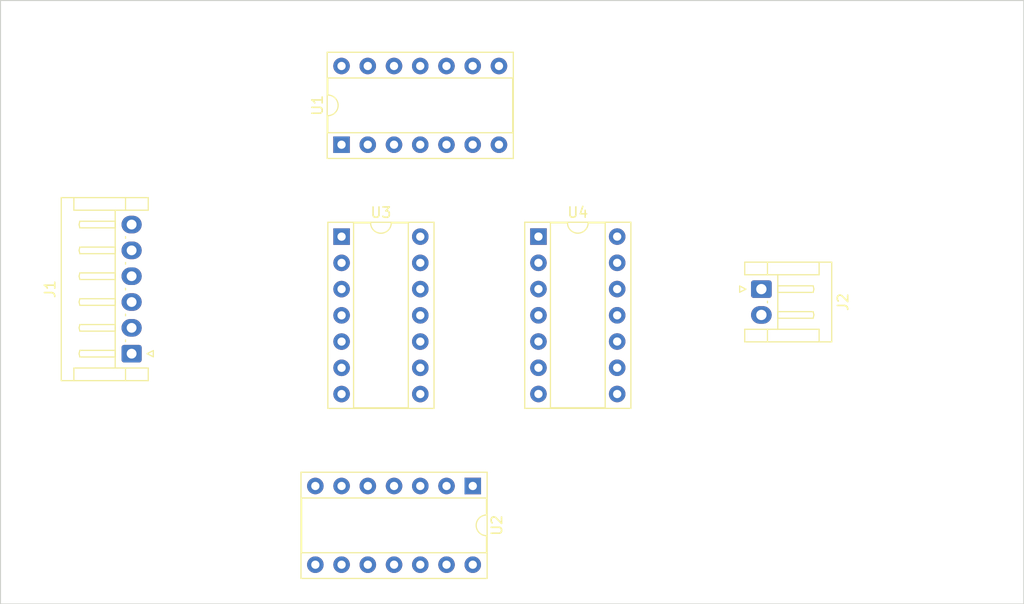
<source format=kicad_pcb>
(kicad_pcb (version 20211014) (generator pcbnew)
  (layers (0 "F.Cu" signal) (31 "B.Cu" signal) (34 "B.Paste" user) (35 "F.Paste" user) (36 "B.SilkS" user "B.Silkscreen") (37 "F.SilkS" user "F.Silkscreen") (38 "B.Mask" user) (39 "F.Mask" user) (44 "Edge.Cuts" user))
  (net 0 "")
  (net 1 "GND")
  (net 2 "VCC")
  (net 3 "CLK")
  (net 4 "CLRbar")
  (net 5 "Pr")
  (net 6 "D")
  (net 7 "Q")
  (net 8 "Qbar")
  (net 9 "Net-(U1-Pad6)")
  (net 10 "Net-(U1-Pad8)")
  (net 11 "Net-(U1-Pad10)")
  (net 12 "Net-(U2-Pad12)")
  (net 13 "Net-(U2-Pad5)")
  (net 14 "Net-(U2-Pad6)")
  (net 15 "Net-(U4-Pad3)")
  (net 16 "Net-(U4-Pad13)")
  (footprint "Package_DIP:DIP-14_W7.62mm_Socket" (layer "F.Cu") (at 91.44 71.12)
    (fp_text reference "U3" (at 3.81 -2.33) (layer "F.SilkS"))
    (fp_text value "7410")
    (fp_line (start 2.81 -1.33) (end 1.16 -1.33) (layer "F.SilkS") (width 0.12))
    (fp_line (start 8.95 16.63) (end 8.95 -1.39) (layer "F.SilkS") (width 0.12))
    (fp_line (start 8.95 -1.39) (end -1.33 -1.39) (layer "F.SilkS") (width 0.12))
    (fp_line (start 1.16 16.57) (end 6.46 16.57) (layer "F.SilkS") (width 0.12))
    (fp_line (start -1.33 -1.39) (end -1.33 16.63) (layer "F.SilkS") (width 0.12))
    (fp_line (start 1.16 -1.33) (end 1.16 16.57) (layer "F.SilkS") (width 0.12))
    (fp_line (start 6.46 16.57) (end 6.46 -1.33) (layer "F.SilkS") (width 0.12))
    (fp_line (start -1.33 16.63) (end 8.95 16.63) (layer "F.SilkS") (width 0.12))
    (fp_line (start 6.46 -1.33) (end 4.81 -1.33) (layer "F.SilkS") (width 0.12))
    (fp_arc (start 4.81 -1.33) (mid 3.81 -0.33) (end 2.81 -1.33) (layer "F.SilkS") (width 0.12))
    (pad "1" thru_hole rect (at 0 0) (size 1.6 1.6) (drill 0.8) (layers *.Cu *.Mask) (net 14 "Net-(U2-Pad6)"))
    (pad "2" thru_hole oval (at 0 2.54) (size 1.6 1.6) (drill 0.8) (layers *.Cu *.Mask) (net 10 "Net-(U1-Pad8)"))
    (pad "3" thru_hole oval (at 0 5.08) (size 1.6 1.6) (drill 0.8) (layers *.Cu *.Mask))
    (pad "4" thru_hole oval (at 0 7.62) (size 1.6 1.6) (drill 0.8) (layers *.Cu *.Mask))
    (pad "5" thru_hole oval (at 0 10.16) (size 1.6 1.6) (drill 0.8) (layers *.Cu *.Mask))
    (pad "6" thru_hole oval (at 0 12.7) (size 1.6 1.6) (drill 0.8) (layers *.Cu *.Mask))
    (pad "7" thru_hole oval (at 0 15.24) (size 1.6 1.6) (drill 0.8) (layers *.Cu *.Mask) (net 1 "GND"))
    (pad "8" thru_hole oval (at 7.62 15.24) (size 1.6 1.6) (drill 0.8) (layers *.Cu *.Mask))
    (pad "9" thru_hole oval (at 7.62 12.7) (size 1.6 1.6) (drill 0.8) (layers *.Cu *.Mask))
    (pad "10" thru_hole oval (at 7.62 10.16) (size 1.6 1.6) (drill 0.8) (layers *.Cu *.Mask))
    (pad "11" thru_hole oval (at 7.62 7.62) (size 1.6 1.6) (drill 0.8) (layers *.Cu *.Mask))
    (pad "12" thru_hole oval (at 7.62 5.08) (size 1.6 1.6) (drill 0.8) (layers *.Cu *.Mask) (net 13 "Net-(U2-Pad5)"))
    (pad "13" thru_hole oval (at 7.62 2.54) (size 1.6 1.6) (drill 0.8) (layers *.Cu *.Mask) (net 4 "CLRbar"))
    (pad "14" thru_hole oval (at 7.62 0) (size 1.6 1.6) (drill 0.8) (layers *.Cu *.Mask) (net 2 "VCC"))
  )
  (footprint "Package_DIP:DIP-14_W7.62mm_Socket" (layer "F.Cu") (at 91.435 62.22 90)
    (fp_text reference "U1" (at 3.81 -2.33 90) (layer "F.SilkS"))
    (fp_text value "7410")
    (fp_line (start 2.81 -1.33) (end 1.16 -1.33) (layer "F.SilkS") (width 0.12))
    (fp_line (start 1.16 -1.33) (end 1.16 16.57) (layer "F.SilkS") (width 0.12))
    (fp_line (start 6.46 16.57) (end 6.46 -1.33) (layer "F.SilkS") (width 0.12))
    (fp_line (start 8.95 -1.39) (end -1.33 -1.39) (layer "F.SilkS") (width 0.12))
    (fp_line (start 1.16 16.57) (end 6.46 16.57) (layer "F.SilkS") (width 0.12))
    (fp_line (start -1.33 -1.39) (end -1.33 16.63) (layer "F.SilkS") (width 0.12))
    (fp_line (start 6.46 -1.33) (end 4.81 -1.33) (layer "F.SilkS") (width 0.12))
    (fp_line (start -1.33 16.63) (end 8.95 16.63) (layer "F.SilkS") (width 0.12))
    (fp_line (start 8.95 16.63) (end 8.95 -1.39) (layer "F.SilkS") (width 0.12))
    (fp_arc (start 4.81 -1.33) (mid 3.81 -0.33) (end 2.81 -1.33) (layer "F.SilkS") (width 0.12))
    (pad "1" thru_hole rect (at 0 0 90) (size 1.6 1.6) (drill 0.8) (layers *.Cu *.Mask) (net 6 "D"))
    (pad "2" thru_hole oval (at 0 2.54 90) (size 1.6 1.6) (drill 0.8) (layers *.Cu *.Mask) (net 6 "D"))
    (pad "3" thru_hole oval (at 0 5.08 90) (size 1.6 1.6) (drill 0.8) (layers *.Cu *.Mask) (net 3 "CLK"))
    (pad "4" thru_hole oval (at 0 7.62 90) (size 1.6 1.6) (drill 0.8) (layers *.Cu *.Mask) (net 3 "CLK"))
    (pad "5" thru_hole oval (at 0 10.16 90) (size 1.6 1.6) (drill 0.8) (layers *.Cu *.Mask) (net 3 "CLK"))
    (pad "6" thru_hole oval (at 0 12.7 90) (size 1.6 1.6) (drill 0.8) (layers *.Cu *.Mask) (net 9 "Net-(U1-Pad6)"))
    (pad "7" thru_hole oval (at 0 15.24 90) (size 1.6 1.6) (drill 0.8) (layers *.Cu *.Mask) (net 1 "GND"))
    (pad "8" thru_hole oval (at 7.62 15.24 90) (size 1.6 1.6) (drill 0.8) (layers *.Cu *.Mask) (net 10 "Net-(U1-Pad8)"))
    (pad "9" thru_hole oval (at 7.62 12.7 90) (size 1.6 1.6) (drill 0.8) (layers *.Cu *.Mask) (net 3 "CLK"))
    (pad "10" thru_hole oval (at 7.62 10.16 90) (size 1.6 1.6) (drill 0.8) (layers *.Cu *.Mask) (net 11 "Net-(U1-Pad10)"))
    (pad "11" thru_hole oval (at 7.62 7.62 90) (size 1.6 1.6) (drill 0.8) (layers *.Cu *.Mask) (net 7 "Q"))
    (pad "12" thru_hole oval (at 7.62 5.08 90) (size 1.6 1.6) (drill 0.8) (layers *.Cu *.Mask) (net 11 "Net-(U1-Pad10)"))
    (pad "13" thru_hole oval (at 7.62 2.54 90) (size 1.6 1.6) (drill 0.8) (layers *.Cu *.Mask) (net 6 "D"))
    (pad "14" thru_hole oval (at 7.62 0 90) (size 1.6 1.6) (drill 0.8) (layers *.Cu *.Mask) (net 2 "VCC"))
  )
  (footprint "Package_DIP:DIP-14_W7.62mm_Socket" (layer "F.Cu") (at 110.5 71.115)
    (fp_text reference "U4" (at 3.81 -2.33) (layer "F.SilkS"))
    (fp_text value "7400")
    (fp_line (start 6.46 -1.33) (end 4.81 -1.33) (layer "F.SilkS") (width 0.12))
    (fp_line (start 2.81 -1.33) (end 1.16 -1.33) (layer "F.SilkS") (width 0.12))
    (fp_line (start 1.16 -1.33) (end 1.16 16.57) (layer "F.SilkS") (width 0.12))
    (fp_line (start 8.95 -1.39) (end -1.33 -1.39) (layer "F.SilkS") (width 0.12))
    (fp_line (start -1.33 16.63) (end 8.95 16.63) (layer "F.SilkS") (width 0.12))
    (fp_line (start 8.95 16.63) (end 8.95 -1.39) (layer "F.SilkS") (width 0.12))
    (fp_line (start 1.16 16.57) (end 6.46 16.57) (layer "F.SilkS") (width 0.12))
    (fp_line (start 6.46 16.57) (end 6.46 -1.33) (layer "F.SilkS") (width 0.12))
    (fp_line (start -1.33 -1.39) (end -1.33 16.63) (layer "F.SilkS") (width 0.12))
    (fp_arc (start 4.81 -1.33) (mid 3.81 -0.33) (end 2.81 -1.33) (layer "F.SilkS") (width 0.12))
    (pad "1" thru_hole rect (at 0 0) (size 1.6 1.6) (drill 0.8) (layers *.Cu *.Mask) (net 14 "Net-(U2-Pad6)"))
    (pad "2" thru_hole oval (at 0 2.54) (size 1.6 1.6) (drill 0.8) (layers *.Cu *.Mask) (net 9 "Net-(U1-Pad6)"))
    (pad "3" thru_hole oval (at 0 5.08) (size 1.6 1.6) (drill 0.8) (layers *.Cu *.Mask) (net 15 "Net-(U4-Pad3)"))
    (pad "4" thru_hole oval (at 0 7.62) (size 1.6 1.6) (drill 0.8) (layers *.Cu *.Mask) (net 15 "Net-(U4-Pad3)"))
    (pad "5" thru_hole oval (at 0 10.16) (size 1.6 1.6) (drill 0.8) (layers *.Cu *.Mask) (net 8 "Qbar"))
    (pad "6" thru_hole oval (at 0 12.7) (size 1.6 1.6) (drill 0.8) (layers *.Cu *.Mask) (net 7 "Q"))
    (pad "7" thru_hole oval (at 0 15.24) (size 1.6 1.6) (drill 0.8) (layers *.Cu *.Mask) (net 1 "GND"))
    (pad "8" thru_hole oval (at 7.62 15.24) (size 1.6 1.6) (drill 0.8) (layers *.Cu *.Mask) (net 16 "Net-(U4-Pad13)"))
    (pad "9" thru_hole oval (at 7.62 12.7) (size 1.6 1.6) (drill 0.8) (layers *.Cu *.Mask) (net 9 "Net-(U1-Pad6)"))
    (pad "10" thru_hole oval (at 7.62 10.16) (size 1.6 1.6) (drill 0.8) (layers *.Cu *.Mask) (net 13 "Net-(U2-Pad5)"))
    (pad "11" thru_hole oval (at 7.62 7.62) (size 1.6 1.6) (drill 0.8) (layers *.Cu *.Mask) (net 8 "Qbar"))
    (pad "12" thru_hole oval (at 7.62 5.08) (size 1.6 1.6) (drill 0.8) (layers *.Cu *.Mask) (net 7 "Q"))
    (pad "13" thru_hole oval (at 7.62 2.54) (size 1.6 1.6) (drill 0.8) (layers *.Cu *.Mask) (net 16 "Net-(U4-Pad13)"))
    (pad "14" thru_hole oval (at 7.62 0) (size 1.6 1.6) (drill 0.8) (layers *.Cu *.Mask) (net 2 "VCC"))
  )
  (footprint "Connector_JST:JST_EH_S2B-EH_1x02_P2.50mm_Horizontal" (layer "F.Cu") (at 132.08 76.2 -90)
    (fp_text reference "J2" (at 1.25 -7.9 90) (layer "F.SilkS"))
    (fp_text value "Conn_01x02_Female")
    (fp_line (start 0.32 -5.01) (end 0.32 -1.59) (layer "F.SilkS") (width 0.12))
    (fp_line (start -1.39 -5.59) (end -1.39 -0.59) (layer "F.SilkS") (width 0.12))
    (fp_line (start -1.39 -0.59) (end -2.61 -0.59) (layer "F.SilkS") (width 0.12))
    (fp_line (start 3.89 -0.59) (end 5.11 -0.59) (layer "F.SilkS") (width 0.12))
    (fp_line (start 3.89 1.61) (end 3.89 -0.59) (layer "F.SilkS") (width 0.12))
    (fp_line (start 2.18 -5.01) (end 2.5 -5.09) (layer "F.SilkS") (width 0.12))
    (fp_line (start 0.32 -1.59) (end 0 -1.59) (layer "F.SilkS") (width 0.12))
    (fp_line (start -0.32 -1.59) (end -0.32 -5.01) (layer "F.SilkS") (width 0.12))
    (fp_line (start 0 -5.09) (end 0.32 -5.01) (layer "F.SilkS") (width 0.12))
    (fp_line (start 5.11 1.61) (end 3.89 1.61) (layer "F.SilkS") (width 0.12))
    (fp_line (start 0 -1.59) (end -0.32 -1.59) (layer "F.SilkS") (width 0.12))
    (fp_line (start 2.18 -1.59) (end 2.18 -5.01) (layer "F.SilkS") (width 0.12))
    (fp_line (start 0.3 2.1) (end 0 1.5) (layer "F.SilkS") (width 0.12))
    (fp_line (start 2.82 -1.59) (end 2.5 -1.59) (layer "F.SilkS") (width 0.12))
    (fp_line (start -2.61 1.61) (end -2.61 -6.81) (layer "F.SilkS") (width 0.12))
    (fp_line (start 5.11 -6.81) (end 5.11 1.61) (layer "F.SilkS") (width 0.12))
    (fp_line (start 5.11 -5.59) (end 3.89 -5.59) (layer "F.SilkS") (width 0.12))
    (fp_line (start -2.61 -6.81) (end 5.11 -6.81) (layer "F.SilkS") (width 0.12))
    (fp_line (start -1.39 1.61) (end -2.61 1.61) (layer "F.SilkS") (width 0.12))
    (fp_line (start -0.32 -5.01) (end 0 -5.09) (layer "F.SilkS") (width 0.12))
    (fp_line (start 0 1.5) (end -0.3 2.1) (layer "F.SilkS") (width 0.12))
    (fp_line (start 2.82 -5.01) (end 2.82 -1.59) (layer "F.SilkS") (width 0.12))
    (fp_line (start -1.39 -0.59) (end -1.39 1.61) (layer "F.SilkS") (width 0.12))
    (fp_line (start 1.17 -0.59) (end 1.33 -0.59) (layer "F.SilkS") (width 0.12))
    (fp_line (start 3.89 -5.59) (end 3.89 -0.59) (layer "F.SilkS") (width 0.12))
    (fp_line (start 2.5 -1.59) (end 2.18 -1.59) (layer "F.SilkS") (width 0.12))
    (fp_line (start -0.3 2.1) (end 0.3 2.1) (layer "F.SilkS") (width 0.12))
    (fp_line (start -1.39 -1.59) (end 3.89 -1.59) (layer "F.SilkS") (width 0.12))
    (fp_line (start -2.61 -5.59) (end -1.39 -5.59) (layer "F.SilkS") (width 0.12))
    (fp_line (start 2.5 -5.09) (end 2.82 -5.01) (layer "F.SilkS") (width 0.12))
    (pad "1" thru_hole roundrect (at 0 0 270) (size 1.7 2) (drill 1) (layers *.Cu *.Mask) (roundrect_rratio 0.147059) (net 7 "Q"))
    (pad "2" thru_hole oval (at 2.5 0 270) (size 1.7 2) (drill 1) (layers *.Cu *.Mask) (net 8 "Qbar"))
  )
  (footprint "Package_DIP:DIP-14_W7.62mm_Socket" (layer "F.Cu") (at 104.14 95.26 -90)
    (fp_text reference "U2" (at 3.81 -2.33 90) (layer "F.SilkS"))
    (fp_text value "7410")
    (fp_line (start -1.33 -1.39) (end -1.33 16.63) (layer "F.SilkS") (width 0.12))
    (fp_line (start 6.46 -1.33) (end 4.81 -1.33) (layer "F.SilkS") (width 0.12))
    (fp_line (start 1.16 -1.33) (end 1.16 16.57) (layer "F.SilkS") (width 0.12))
    (fp_line (start 8.95 16.63) (end 8.95 -1.39) (layer "F.SilkS") (width 0.12))
    (fp_line (start 6.46 16.57) (end 6.46 -1.33) (layer "F.SilkS") (width 0.12))
    (fp_line (start -1.33 16.63) (end 8.95 16.63) (layer "F.SilkS") (width 0.12))
    (fp_line (start 8.95 -1.39) (end -1.33 -1.39) (layer "F.SilkS") (width 0.12))
    (fp_line (start 2.81 -1.33) (end 1.16 -1.33) (layer "F.SilkS") (width 0.12))
    (fp_line (start 1.16 16.57) (end 6.46 16.57) (layer "F.SilkS") (width 0.12))
    (fp_arc (start 4.81 -1.33) (mid 3.81 -0.33) (end 2.81 -1.33) (layer "F.SilkS") (width 0.12))
    (pad "1" thru_hole rect (at 0 0 270) (size 1.6 1.6) (drill 0.8) (layers *.Cu *.Mask) (net 8 "Qbar"))
    (pad "2" thru_hole oval (at 0 2.54 270) (size 1.6 1.6) (drill 0.8) (layers *.Cu *.Mask) (net 6 "D"))
    (pad "3" thru_hole oval (at 0 5.08 270) (size 1.6 1.6) (drill 0.8) (layers *.Cu *.Mask) (net 5 "Pr"))
    (pad "4" thru_hole oval (at 0 7.62 270) (size 1.6 1.6) (drill 0.8) (layers *.Cu *.Mask) (net 12 "Net-(U2-Pad12)"))
    (pad "5" thru_hole oval (at 0 10.16 270) (size 1.6 1.6) (drill 0.8) (layers *.Cu *.Mask) (net 13 "Net-(U2-Pad5)"))
    (pad "6" thru_hole oval (at 0 12.7 270) (size 1.6 1.6) (drill 0.8) (layers *.Cu *.Mask) (net 14 "Net-(U2-Pad6)"))
    (pad "7" thru_hole oval (at 0 15.24 270) (size 1.6 1.6) (drill 0.8) (layers *.Cu *.Mask) (net 1 "GND"))
    (pad "8" thru_hole oval (at 7.62 15.24 270) (size 1.6 1.6) (drill 0.8) (layers *.Cu *.Mask))
    (pad "9" thru_hole oval (at 7.62 12.7 270) (size 1.6 1.6) (drill 0.8) (layers *.Cu *.Mask))
    (pad "10" thru_hole oval (at 7.62 10.16 270) (size 1.6 1.6) (drill 0.8) (layers *.Cu *.Mask))
    (pad "11" thru_hole oval (at 7.62 7.62 270) (size 1.6 1.6) (drill 0.8) (layers *.Cu *.Mask))
    (pad "12" thru_hole oval (at 7.62 5.08 270) (size 1.6 1.6) (drill 0.8) (layers *.Cu *.Mask) (net 12 "Net-(U2-Pad12)"))
    (pad "13" thru_hole oval (at 7.62 2.54 270) (size 1.6 1.6) (drill 0.8) (layers *.Cu *.Mask) (net 3 "CLK"))
    (pad "14" thru_hole oval (at 7.62 0 270) (size 1.6 1.6) (drill 0.8) (layers *.Cu *.Mask) (net 2 "VCC"))
  )
  (footprint "Connector_JST:JST_EH_S6B-EH_1x06_P2.50mm_Horizontal" (layer "F.Cu") (at 71.1125 82.45 90)
    (fp_text reference "J1" (at 6.25 -7.9 90) (layer "F.SilkS"))
    (fp_text value "Conn_01x06_Female")
    (fp_line (start 3.67 -0.59) (end 3.83 -0.59) (layer "F.SilkS") (width 0.12))
    (fp_line (start 2.18 -1.59) (end 2.18 -5.01) (layer "F.SilkS") (width 0.12))
    (fp_line (start 10 -1.59) (end 9.68 -1.59) (layer "F.SilkS") (width 0.12))
    (fp_line (start -2.61 -5.59) (end -1.39 -5.59) (layer "F.SilkS") (width 0.12))
    (fp_line (start 0.32 -1.59) (end 0 -1.59) (layer "F.SilkS") (width 0.12))
    (fp_line (start -1.39 -5.59) (end -1.39 -0.59) (layer "F.SilkS") (width 0.12))
    (fp_line (start 12.82 -5.01) (end 12.82 -1.59) (layer "F.SilkS") (width 0.12))
    (fp_line (start 5.32 -1.59) (end 5 -1.59) (layer "F.SilkS") (width 0.12))
    (fp_line (start 6.17 -0.59) (end 6.33 -0.59) (layer "F.SilkS") (width 0.12))
    (fp_line (start 15.11 1.61) (end 13.89 1.61) (layer "F.SilkS") (width 0.12))
    (fp_line (start 7.82 -1.59) (end 7.5 -1.59) (layer "F.SilkS") (width 0.12))
    (fp_line (start 0.3 2.1) (end 0 1.5) (layer "F.SilkS") (width 0.12))
    (fp_line (start 15.11 -5.59) (end 13.89 -5.59) (layer "F.SilkS") (width 0.12))
    (fp_line (start -2.61 1.61) (end -2.61 -6.81) (layer "F.SilkS") (width 0.12))
    (fp_line (start 5 -5.09) (end 5.32 -5.01) (layer "F.SilkS") (width 0.12))
    (fp_line (start 5.32 -5.01) (end 5.32 -1.59) (layer "F.SilkS") (width 0.12))
    (fp_line (start 2.5 -5.09) (end 2.82 -5.01) (layer "F.SilkS") (width 0.12))
    (fp_line (start 13.89 -5.59) (end 13.89 -0.59) (layer "F.SilkS") (width 0.12))
    (fp_line (start 10.32 -5.01) (end 10.32 -1.59) (layer "F.SilkS") (width 0.12))
    (fp_line (start 12.18 -1.59) (end 12.18 -5.01) (layer "F.SilkS") (width 0.12))
    (fp_line (start -0.3 2.1) (end 0.3 2.1) (layer "F.SilkS") (width 0.12))
    (fp_line (start -1.39 -1.59) (end 13.89 -1.59) (layer "F.SilkS") (width 0.12))
    (fp_line (start 12.82 -1.59) (end 12.5 -1.59) (layer "F.SilkS") (width 0.12))
    (fp_line (start 7.82 -5.01) (end 7.82 -1.59) (layer "F.SilkS") (width 0.12))
    (fp_line (start -2.61 -6.81) (end 15.11 -6.81) (layer "F.SilkS") (width 0.12))
    (fp_line (start -1.39 1.61) (end -2.61 1.61) (layer "F.SilkS") (width 0.12))
    (fp_line (start 13.89 -0.59) (end 15.11 -0.59) (layer "F.SilkS") (width 0.12))
    (fp_line (start 15.11 -6.81) (end 15.11 1.61) (layer "F.SilkS") (width 0.12))
    (fp_line (start 9.68 -1.59) (end 9.68 -5.01) (layer "F.SilkS") (width 0.12))
    (fp_line (start 8.67 -0.59) (end 8.83 -0.59) (layer "F.SilkS") (width 0.12))
    (fp_line (start -1.39 -0.59) (end -2.61 -0.59) (layer "F.SilkS") (width 0.12))
    (fp_line (start -1.39 -0.59) (end -1.39 1.61) (layer "F.SilkS") (width 0.12))
    (fp_line (start 2.5 -1.59) (end 2.18 -1.59) (layer "F.SilkS") (width 0.12))
    (fp_line (start 1.17 -0.59) (end 1.33 -0.59) (layer "F.SilkS") (width 0.12))
    (fp_line (start 11.17 -0.59) (end 11.33 -0.59) (layer "F.SilkS") (width 0.12))
    (fp_line (start 12.5 -1.59) (end 12.18 -1.59) (layer "F.SilkS") (width 0.12))
    (fp_line (start 10 -5.09) (end 10.32 -5.01) (layer "F.SilkS") (width 0.12))
    (fp_line (start 13.89 1.61) (end 13.89 -0.59) (layer "F.SilkS") (width 0.12))
    (fp_line (start 0 -5.09) (end 0.32 -5.01) (layer "F.SilkS") (width 0.12))
    (fp_line (start 5 -1.59) (end 4.68 -1.59) (layer "F.SilkS") (width 0.12))
    (fp_line (start -0.32 -5.01) (end 0 -5.09) (layer "F.SilkS") (width 0.12))
    (fp_line (start 12.5 -5.09) (end 12.82 -5.01) (layer "F.SilkS") (width 0.12))
    (fp_line (start 4.68 -5.01) (end 5 -5.09) (layer "F.SilkS") (width 0.12))
    (fp_line (start 7.5 -5.09) (end 7.82 -5.01) (layer "F.SilkS") (width 0.12))
    (fp_line (start 0 -1.59) (end -0.32 -1.59) (layer "F.SilkS") (width 0.12))
    (fp_line (start 2.18 -5.01) (end 2.5 -5.09) (layer "F.SilkS") (width 0.12))
    (fp_line (start 0 1.5) (end -0.3 2.1) (layer "F.SilkS") (width 0.12))
    (fp_line (start -0.32 -1.59) (end -0.32 -5.01) (layer "F.SilkS") (width 0.12))
    (fp_line (start 7.5 -1.59) (end 7.18 -1.59) (layer "F.SilkS") (width 0.12))
    (fp_line (start 0.32 -5.01) (end 0.32 -1.59) (layer "F.SilkS") (width 0.12))
    (fp_line (start 12.18 -5.01) (end 12.5 -5.09) (layer "F.SilkS") (width 0.12))
    (fp_line (start 2.82 -5.01) (end 2.82 -1.59) (layer "F.SilkS") (width 0.12))
    (fp_line (start 10.32 -1.59) (end 10 -1.59) (layer "F.SilkS") (width 0.12))
    (fp_line (start 4.68 -1.59) (end 4.68 -5.01) (layer "F.SilkS") (width 0.12))
    (fp_line (start 7.18 -1.59) (end 7.18 -5.01) (layer "F.SilkS") (width 0.12))
    (fp_line (start 7.18 -5.01) (end 7.5 -5.09) (layer "F.SilkS") (width 0.12))
    (fp_line (start 2.82 -1.59) (end 2.5 -1.59) (layer "F.SilkS") (width 0.12))
    (fp_line (start 9.68 -5.01) (end 10 -5.09) (layer "F.SilkS") (width 0.12))
    (pad "1" thru_hole roundrect (at 0 0 90) (size 1.7 1.95) (drill 0.95) (layers *.Cu *.Mask) (roundrect_rratio 0.147059) (net 1 "GND"))
    (pad "2" thru_hole oval (at 2.5 0 90) (size 1.7 1.95) (drill 0.95) (layers *.Cu *.Mask) (net 2 "VCC"))
    (pad "3" thru_hole oval (at 5 0 90) (size 1.7 1.95) (drill 0.95) (layers *.Cu *.Mask) (net 3 "CLK"))
    (pad "4" thru_hole oval (at 7.5 0 90) (size 1.7 1.95) (drill 0.95) (layers *.Cu *.Mask) (net 4 "CLRbar"))
    (pad "5" thru_hole oval (at 10 0 90) (size 1.7 1.95) (drill 0.95) (layers *.Cu *.Mask) (net 5 "Pr"))
    (pad "6" thru_hole oval (at 12.5 0 90) (size 1.7 1.95) (drill 0.95) (layers *.Cu *.Mask) (net 6 "D"))
  )
  (gr_line (start 58.42 48.26) (end 58.42 50.8) (layer "Edge.Cuts") (width 0.1))
  (gr_line (start 58.42 106.68) (end 157.48 106.68) (layer "Edge.Cuts") (width 0.1))
  (gr_line (start 157.48 106.68) (end 157.48 48.26) (layer "Edge.Cuts") (width 0.1))
  (gr_line (start 58.42 50.8) (end 58.42 106.68) (layer "Edge.Cuts") (width 0.1))
  (gr_line (start 157.48 48.26) (end 58.42 48.26) (layer "Edge.Cuts") (width 0.1))
)
</source>
